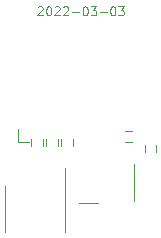
<source format=gbr>
%TF.GenerationSoftware,KiCad,Pcbnew,(6.0.2-0)*%
%TF.CreationDate,2022-03-03T12:53:40+00:00*%
%TF.ProjectId,Keypad2,4b657970-6164-4322-9e6b-696361645f70,5*%
%TF.SameCoordinates,Original*%
%TF.FileFunction,Legend,Top*%
%TF.FilePolarity,Positive*%
%FSLAX46Y46*%
G04 Gerber Fmt 4.6, Leading zero omitted, Abs format (unit mm)*
G04 Created by KiCad (PCBNEW (6.0.2-0)) date 2022-03-03 12:53:40*
%MOMM*%
%LPD*%
G01*
G04 APERTURE LIST*
%ADD10C,0.100000*%
%ADD11C,0.120000*%
G04 APERTURE END LIST*
D10*
%TO.C,U2*%
X163957142Y-95660714D02*
X163992857Y-95625000D01*
X164064285Y-95589285D01*
X164242857Y-95589285D01*
X164314285Y-95625000D01*
X164350000Y-95660714D01*
X164385714Y-95732142D01*
X164385714Y-95803571D01*
X164350000Y-95910714D01*
X163921428Y-96339285D01*
X164385714Y-96339285D01*
X164850000Y-95589285D02*
X164921428Y-95589285D01*
X164992857Y-95625000D01*
X165028571Y-95660714D01*
X165064285Y-95732142D01*
X165100000Y-95875000D01*
X165100000Y-96053571D01*
X165064285Y-96196428D01*
X165028571Y-96267857D01*
X164992857Y-96303571D01*
X164921428Y-96339285D01*
X164850000Y-96339285D01*
X164778571Y-96303571D01*
X164742857Y-96267857D01*
X164707142Y-96196428D01*
X164671428Y-96053571D01*
X164671428Y-95875000D01*
X164707142Y-95732142D01*
X164742857Y-95660714D01*
X164778571Y-95625000D01*
X164850000Y-95589285D01*
X165385714Y-95660714D02*
X165421428Y-95625000D01*
X165492857Y-95589285D01*
X165671428Y-95589285D01*
X165742857Y-95625000D01*
X165778571Y-95660714D01*
X165814285Y-95732142D01*
X165814285Y-95803571D01*
X165778571Y-95910714D01*
X165350000Y-96339285D01*
X165814285Y-96339285D01*
X166100000Y-95660714D02*
X166135714Y-95625000D01*
X166207142Y-95589285D01*
X166385714Y-95589285D01*
X166457142Y-95625000D01*
X166492857Y-95660714D01*
X166528571Y-95732142D01*
X166528571Y-95803571D01*
X166492857Y-95910714D01*
X166064285Y-96339285D01*
X166528571Y-96339285D01*
X166850000Y-96053571D02*
X167421428Y-96053571D01*
X167921428Y-95589285D02*
X167992857Y-95589285D01*
X168064285Y-95625000D01*
X168100000Y-95660714D01*
X168135714Y-95732142D01*
X168171428Y-95875000D01*
X168171428Y-96053571D01*
X168135714Y-96196428D01*
X168100000Y-96267857D01*
X168064285Y-96303571D01*
X167992857Y-96339285D01*
X167921428Y-96339285D01*
X167850000Y-96303571D01*
X167814285Y-96267857D01*
X167778571Y-96196428D01*
X167742857Y-96053571D01*
X167742857Y-95875000D01*
X167778571Y-95732142D01*
X167814285Y-95660714D01*
X167850000Y-95625000D01*
X167921428Y-95589285D01*
X168421428Y-95589285D02*
X168885714Y-95589285D01*
X168635714Y-95875000D01*
X168742857Y-95875000D01*
X168814285Y-95910714D01*
X168850000Y-95946428D01*
X168885714Y-96017857D01*
X168885714Y-96196428D01*
X168850000Y-96267857D01*
X168814285Y-96303571D01*
X168742857Y-96339285D01*
X168528571Y-96339285D01*
X168457142Y-96303571D01*
X168421428Y-96267857D01*
X169207142Y-96053571D02*
X169778571Y-96053571D01*
X170278571Y-95589285D02*
X170350000Y-95589285D01*
X170421428Y-95625000D01*
X170457142Y-95660714D01*
X170492857Y-95732142D01*
X170528571Y-95875000D01*
X170528571Y-96053571D01*
X170492857Y-96196428D01*
X170457142Y-96267857D01*
X170421428Y-96303571D01*
X170350000Y-96339285D01*
X170278571Y-96339285D01*
X170207142Y-96303571D01*
X170171428Y-96267857D01*
X170135714Y-96196428D01*
X170100000Y-96053571D01*
X170100000Y-95875000D01*
X170135714Y-95732142D01*
X170171428Y-95660714D01*
X170207142Y-95625000D01*
X170278571Y-95589285D01*
X170778571Y-95589285D02*
X171242857Y-95589285D01*
X170992857Y-95875000D01*
X171100000Y-95875000D01*
X171171428Y-95910714D01*
X171207142Y-95946428D01*
X171242857Y-96017857D01*
X171242857Y-96196428D01*
X171207142Y-96267857D01*
X171171428Y-96303571D01*
X171100000Y-96339285D01*
X170885714Y-96339285D01*
X170814285Y-96303571D01*
X170778571Y-96267857D01*
D11*
%TO.C,R3*%
X165900000Y-107400000D02*
X165900000Y-106800000D01*
X166900000Y-107400000D02*
X166900000Y-106800000D01*
%TO.C,R4*%
X171300000Y-107100000D02*
X171900000Y-107100000D01*
X171300000Y-106100000D02*
X171900000Y-106100000D01*
%TO.C,U1*%
X166260000Y-112700000D02*
X166260000Y-114650000D01*
X161140000Y-112700000D02*
X161140000Y-114650000D01*
X161140000Y-112700000D02*
X161140000Y-110750000D01*
X166260000Y-112700000D02*
X166260000Y-109250000D01*
%TO.C,D1*%
X162250000Y-107100000D02*
X163250000Y-107100000D01*
X162250000Y-106000000D02*
X162250000Y-107100000D01*
%TO.C,U3*%
X172075000Y-108950000D02*
X172075000Y-112050000D01*
X169025000Y-112225000D02*
X167425000Y-112225000D01*
%TO.C,R5*%
X174000000Y-107300000D02*
X174000000Y-107900000D01*
X173000000Y-107300000D02*
X173000000Y-107900000D01*
%TO.C,R2*%
X165650000Y-107400000D02*
X165650000Y-106800000D01*
X164650000Y-107400000D02*
X164650000Y-106800000D01*
%TO.C,R1*%
X164400000Y-107400000D02*
X164400000Y-106800000D01*
X163400000Y-107400000D02*
X163400000Y-106800000D01*
%TD*%
M02*

</source>
